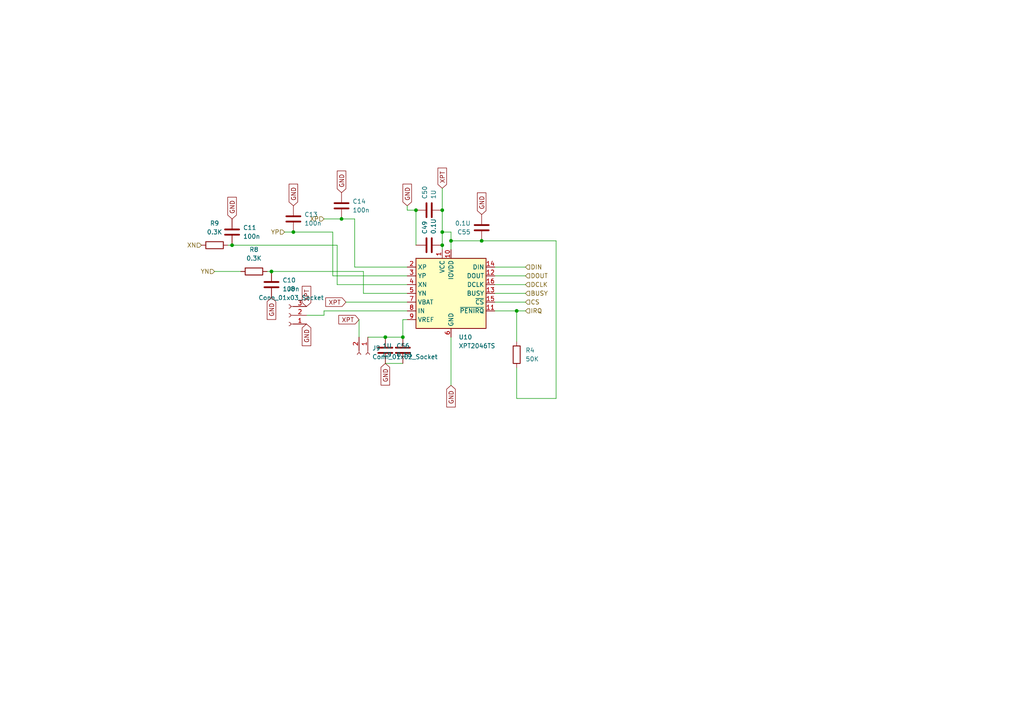
<source format=kicad_sch>
(kicad_sch
	(version 20231120)
	(generator "eeschema")
	(generator_version "8.0")
	(uuid "cf909217-9895-4818-9374-405b1530a51a")
	(paper "A4")
	(lib_symbols
		(symbol "Connector:Conn_01x02_Socket"
			(pin_names
				(offset 1.016) hide)
			(exclude_from_sim no)
			(in_bom yes)
			(on_board yes)
			(property "Reference" "J"
				(at 0 2.54 0)
				(effects
					(font
						(size 1.27 1.27)
					)
				)
			)
			(property "Value" "Conn_01x02_Socket"
				(at 0 -5.08 0)
				(effects
					(font
						(size 1.27 1.27)
					)
				)
			)
			(property "Footprint" ""
				(at 0 0 0)
				(effects
					(font
						(size 1.27 1.27)
					)
					(hide yes)
				)
			)
			(property "Datasheet" "~"
				(at 0 0 0)
				(effects
					(font
						(size 1.27 1.27)
					)
					(hide yes)
				)
			)
			(property "Description" "Generic connector, single row, 01x02, script generated"
				(at 0 0 0)
				(effects
					(font
						(size 1.27 1.27)
					)
					(hide yes)
				)
			)
			(property "ki_locked" ""
				(at 0 0 0)
				(effects
					(font
						(size 1.27 1.27)
					)
				)
			)
			(property "ki_keywords" "connector"
				(at 0 0 0)
				(effects
					(font
						(size 1.27 1.27)
					)
					(hide yes)
				)
			)
			(property "ki_fp_filters" "Connector*:*_1x??_*"
				(at 0 0 0)
				(effects
					(font
						(size 1.27 1.27)
					)
					(hide yes)
				)
			)
			(symbol "Conn_01x02_Socket_1_1"
				(arc
					(start 0 -2.032)
					(mid -0.5058 -2.54)
					(end 0 -3.048)
					(stroke
						(width 0.1524)
						(type default)
					)
					(fill
						(type none)
					)
				)
				(polyline
					(pts
						(xy -1.27 -2.54) (xy -0.508 -2.54)
					)
					(stroke
						(width 0.1524)
						(type default)
					)
					(fill
						(type none)
					)
				)
				(polyline
					(pts
						(xy -1.27 0) (xy -0.508 0)
					)
					(stroke
						(width 0.1524)
						(type default)
					)
					(fill
						(type none)
					)
				)
				(arc
					(start 0 0.508)
					(mid -0.5058 0)
					(end 0 -0.508)
					(stroke
						(width 0.1524)
						(type default)
					)
					(fill
						(type none)
					)
				)
				(pin passive line
					(at -5.08 0 0)
					(length 3.81)
					(name "Pin_1"
						(effects
							(font
								(size 1.27 1.27)
							)
						)
					)
					(number "1"
						(effects
							(font
								(size 1.27 1.27)
							)
						)
					)
				)
				(pin passive line
					(at -5.08 -2.54 0)
					(length 3.81)
					(name "Pin_2"
						(effects
							(font
								(size 1.27 1.27)
							)
						)
					)
					(number "2"
						(effects
							(font
								(size 1.27 1.27)
							)
						)
					)
				)
			)
		)
		(symbol "Connector:Conn_01x03_Socket"
			(pin_names
				(offset 1.016) hide)
			(exclude_from_sim no)
			(in_bom yes)
			(on_board yes)
			(property "Reference" "J"
				(at 0 5.08 0)
				(effects
					(font
						(size 1.27 1.27)
					)
				)
			)
			(property "Value" "Conn_01x03_Socket"
				(at 0 -5.08 0)
				(effects
					(font
						(size 1.27 1.27)
					)
				)
			)
			(property "Footprint" ""
				(at 0 0 0)
				(effects
					(font
						(size 1.27 1.27)
					)
					(hide yes)
				)
			)
			(property "Datasheet" "~"
				(at 0 0 0)
				(effects
					(font
						(size 1.27 1.27)
					)
					(hide yes)
				)
			)
			(property "Description" "Generic connector, single row, 01x03, script generated"
				(at 0 0 0)
				(effects
					(font
						(size 1.27 1.27)
					)
					(hide yes)
				)
			)
			(property "ki_locked" ""
				(at 0 0 0)
				(effects
					(font
						(size 1.27 1.27)
					)
				)
			)
			(property "ki_keywords" "connector"
				(at 0 0 0)
				(effects
					(font
						(size 1.27 1.27)
					)
					(hide yes)
				)
			)
			(property "ki_fp_filters" "Connector*:*_1x??_*"
				(at 0 0 0)
				(effects
					(font
						(size 1.27 1.27)
					)
					(hide yes)
				)
			)
			(symbol "Conn_01x03_Socket_1_1"
				(arc
					(start 0 -2.032)
					(mid -0.5058 -2.54)
					(end 0 -3.048)
					(stroke
						(width 0.1524)
						(type default)
					)
					(fill
						(type none)
					)
				)
				(polyline
					(pts
						(xy -1.27 -2.54) (xy -0.508 -2.54)
					)
					(stroke
						(width 0.1524)
						(type default)
					)
					(fill
						(type none)
					)
				)
				(polyline
					(pts
						(xy -1.27 0) (xy -0.508 0)
					)
					(stroke
						(width 0.1524)
						(type default)
					)
					(fill
						(type none)
					)
				)
				(polyline
					(pts
						(xy -1.27 2.54) (xy -0.508 2.54)
					)
					(stroke
						(width 0.1524)
						(type default)
					)
					(fill
						(type none)
					)
				)
				(arc
					(start 0 0.508)
					(mid -0.5058 0)
					(end 0 -0.508)
					(stroke
						(width 0.1524)
						(type default)
					)
					(fill
						(type none)
					)
				)
				(arc
					(start 0 3.048)
					(mid -0.5058 2.54)
					(end 0 2.032)
					(stroke
						(width 0.1524)
						(type default)
					)
					(fill
						(type none)
					)
				)
				(pin passive line
					(at -5.08 2.54 0)
					(length 3.81)
					(name "Pin_1"
						(effects
							(font
								(size 1.27 1.27)
							)
						)
					)
					(number "1"
						(effects
							(font
								(size 1.27 1.27)
							)
						)
					)
				)
				(pin passive line
					(at -5.08 0 0)
					(length 3.81)
					(name "Pin_2"
						(effects
							(font
								(size 1.27 1.27)
							)
						)
					)
					(number "2"
						(effects
							(font
								(size 1.27 1.27)
							)
						)
					)
				)
				(pin passive line
					(at -5.08 -2.54 0)
					(length 3.81)
					(name "Pin_3"
						(effects
							(font
								(size 1.27 1.27)
							)
						)
					)
					(number "3"
						(effects
							(font
								(size 1.27 1.27)
							)
						)
					)
				)
			)
		)
		(symbol "Device:C"
			(pin_numbers hide)
			(pin_names
				(offset 0.254)
			)
			(exclude_from_sim no)
			(in_bom yes)
			(on_board yes)
			(property "Reference" "C"
				(at 0.635 2.54 0)
				(effects
					(font
						(size 1.27 1.27)
					)
					(justify left)
				)
			)
			(property "Value" "C"
				(at 0.635 -2.54 0)
				(effects
					(font
						(size 1.27 1.27)
					)
					(justify left)
				)
			)
			(property "Footprint" ""
				(at 0.9652 -3.81 0)
				(effects
					(font
						(size 1.27 1.27)
					)
					(hide yes)
				)
			)
			(property "Datasheet" "~"
				(at 0 0 0)
				(effects
					(font
						(size 1.27 1.27)
					)
					(hide yes)
				)
			)
			(property "Description" "Unpolarized capacitor"
				(at 0 0 0)
				(effects
					(font
						(size 1.27 1.27)
					)
					(hide yes)
				)
			)
			(property "ki_keywords" "cap capacitor"
				(at 0 0 0)
				(effects
					(font
						(size 1.27 1.27)
					)
					(hide yes)
				)
			)
			(property "ki_fp_filters" "C_*"
				(at 0 0 0)
				(effects
					(font
						(size 1.27 1.27)
					)
					(hide yes)
				)
			)
			(symbol "C_0_1"
				(polyline
					(pts
						(xy -2.032 -0.762) (xy 2.032 -0.762)
					)
					(stroke
						(width 0.508)
						(type default)
					)
					(fill
						(type none)
					)
				)
				(polyline
					(pts
						(xy -2.032 0.762) (xy 2.032 0.762)
					)
					(stroke
						(width 0.508)
						(type default)
					)
					(fill
						(type none)
					)
				)
			)
			(symbol "C_1_1"
				(pin passive line
					(at 0 3.81 270)
					(length 2.794)
					(name "~"
						(effects
							(font
								(size 1.27 1.27)
							)
						)
					)
					(number "1"
						(effects
							(font
								(size 1.27 1.27)
							)
						)
					)
				)
				(pin passive line
					(at 0 -3.81 90)
					(length 2.794)
					(name "~"
						(effects
							(font
								(size 1.27 1.27)
							)
						)
					)
					(number "2"
						(effects
							(font
								(size 1.27 1.27)
							)
						)
					)
				)
			)
		)
		(symbol "Device:R"
			(pin_numbers hide)
			(pin_names
				(offset 0)
			)
			(exclude_from_sim no)
			(in_bom yes)
			(on_board yes)
			(property "Reference" "R"
				(at 2.032 0 90)
				(effects
					(font
						(size 1.27 1.27)
					)
				)
			)
			(property "Value" "R"
				(at 0 0 90)
				(effects
					(font
						(size 1.27 1.27)
					)
				)
			)
			(property "Footprint" ""
				(at -1.778 0 90)
				(effects
					(font
						(size 1.27 1.27)
					)
					(hide yes)
				)
			)
			(property "Datasheet" "~"
				(at 0 0 0)
				(effects
					(font
						(size 1.27 1.27)
					)
					(hide yes)
				)
			)
			(property "Description" "Resistor"
				(at 0 0 0)
				(effects
					(font
						(size 1.27 1.27)
					)
					(hide yes)
				)
			)
			(property "ki_keywords" "R res resistor"
				(at 0 0 0)
				(effects
					(font
						(size 1.27 1.27)
					)
					(hide yes)
				)
			)
			(property "ki_fp_filters" "R_*"
				(at 0 0 0)
				(effects
					(font
						(size 1.27 1.27)
					)
					(hide yes)
				)
			)
			(symbol "R_0_1"
				(rectangle
					(start -1.016 -2.54)
					(end 1.016 2.54)
					(stroke
						(width 0.254)
						(type default)
					)
					(fill
						(type none)
					)
				)
			)
			(symbol "R_1_1"
				(pin passive line
					(at 0 3.81 270)
					(length 1.27)
					(name "~"
						(effects
							(font
								(size 1.27 1.27)
							)
						)
					)
					(number "1"
						(effects
							(font
								(size 1.27 1.27)
							)
						)
					)
				)
				(pin passive line
					(at 0 -3.81 90)
					(length 1.27)
					(name "~"
						(effects
							(font
								(size 1.27 1.27)
							)
						)
					)
					(number "2"
						(effects
							(font
								(size 1.27 1.27)
							)
						)
					)
				)
			)
		)
		(symbol "Driver_Display:XPT2046TS"
			(exclude_from_sim no)
			(in_bom yes)
			(on_board yes)
			(property "Reference" "U"
				(at -8.89 11.43 0)
				(effects
					(font
						(size 1.27 1.27)
					)
				)
			)
			(property "Value" "XPT2046TS"
				(at 3.81 11.43 0)
				(effects
					(font
						(size 1.27 1.27)
					)
					(justify left)
				)
			)
			(property "Footprint" "Package_SO:TSSOP-16_4.4x5mm_P0.65mm"
				(at 0 -15.24 0)
				(effects
					(font
						(size 1.27 1.27)
						(italic yes)
					)
					(hide yes)
				)
			)
			(property "Datasheet" "http://www.xptek.cn/uploadfile/download/201707171401161883.pdf"
				(at 5.08 -13.97 0)
				(effects
					(font
						(size 1.27 1.27)
					)
					(hide yes)
				)
			)
			(property "Description" "Single-supply, 12bit, 4 ch, touch screen driver, 2.2 - 5.25 VDD, -40 to +85 C, QSPI, SPI, 3-wire serial interface, TSSOP-16"
				(at 0 0 0)
				(effects
					(font
						(size 1.27 1.27)
					)
					(hide yes)
				)
			)
			(property "ki_keywords" "Single-supply, 12bit, 4 ch, touch screen driver, 2.2 - 5.25 VDD, -40 to +85 C, QSPI, SPI, 3-wire serial interface, TSSOP-16"
				(at 0 0 0)
				(effects
					(font
						(size 1.27 1.27)
					)
					(hide yes)
				)
			)
			(property "ki_fp_filters" "*TSSOP*4.4x5mm*P0.65mm*"
				(at 0 0 0)
				(effects
					(font
						(size 1.27 1.27)
					)
					(hide yes)
				)
			)
			(symbol "XPT2046TS_0_1"
				(rectangle
					(start -10.16 10.16)
					(end 10.16 -10.16)
					(stroke
						(width 0.254)
						(type default)
					)
					(fill
						(type background)
					)
				)
			)
			(symbol "XPT2046TS_1_1"
				(pin power_in line
					(at -2.54 12.7 270)
					(length 2.54)
					(name "VCC"
						(effects
							(font
								(size 1.27 1.27)
							)
						)
					)
					(number "1"
						(effects
							(font
								(size 1.27 1.27)
							)
						)
					)
				)
				(pin power_in line
					(at 0 12.7 270)
					(length 2.54)
					(name "IOVDD"
						(effects
							(font
								(size 1.27 1.27)
							)
						)
					)
					(number "10"
						(effects
							(font
								(size 1.27 1.27)
							)
						)
					)
				)
				(pin open_collector line
					(at 12.7 -5.08 180)
					(length 2.54)
					(name "~{PENIRQ}"
						(effects
							(font
								(size 1.27 1.27)
							)
						)
					)
					(number "11"
						(effects
							(font
								(size 1.27 1.27)
							)
						)
					)
				)
				(pin output line
					(at 12.7 5.08 180)
					(length 2.54)
					(name "DOUT"
						(effects
							(font
								(size 1.27 1.27)
							)
						)
					)
					(number "12"
						(effects
							(font
								(size 1.27 1.27)
							)
						)
					)
				)
				(pin output line
					(at 12.7 0 180)
					(length 2.54)
					(name "BUSY"
						(effects
							(font
								(size 1.27 1.27)
							)
						)
					)
					(number "13"
						(effects
							(font
								(size 1.27 1.27)
							)
						)
					)
				)
				(pin input line
					(at 12.7 7.62 180)
					(length 2.54)
					(name "DIN"
						(effects
							(font
								(size 1.27 1.27)
							)
						)
					)
					(number "14"
						(effects
							(font
								(size 1.27 1.27)
							)
						)
					)
				)
				(pin input line
					(at 12.7 -2.54 180)
					(length 2.54)
					(name "~{CS}"
						(effects
							(font
								(size 1.27 1.27)
							)
						)
					)
					(number "15"
						(effects
							(font
								(size 1.27 1.27)
							)
						)
					)
				)
				(pin input line
					(at 12.7 2.54 180)
					(length 2.54)
					(name "DCLK"
						(effects
							(font
								(size 1.27 1.27)
							)
						)
					)
					(number "16"
						(effects
							(font
								(size 1.27 1.27)
							)
						)
					)
				)
				(pin input line
					(at -12.7 7.62 0)
					(length 2.54)
					(name "XP"
						(effects
							(font
								(size 1.27 1.27)
							)
						)
					)
					(number "2"
						(effects
							(font
								(size 1.27 1.27)
							)
						)
					)
				)
				(pin input line
					(at -12.7 5.08 0)
					(length 2.54)
					(name "YP"
						(effects
							(font
								(size 1.27 1.27)
							)
						)
					)
					(number "3"
						(effects
							(font
								(size 1.27 1.27)
							)
						)
					)
				)
				(pin input line
					(at -12.7 2.54 0)
					(length 2.54)
					(name "XN"
						(effects
							(font
								(size 1.27 1.27)
							)
						)
					)
					(number "4"
						(effects
							(font
								(size 1.27 1.27)
							)
						)
					)
				)
				(pin input line
					(at -12.7 0 0)
					(length 2.54)
					(name "YN"
						(effects
							(font
								(size 1.27 1.27)
							)
						)
					)
					(number "5"
						(effects
							(font
								(size 1.27 1.27)
							)
						)
					)
				)
				(pin power_in line
					(at 0 -12.7 90)
					(length 2.54)
					(name "GND"
						(effects
							(font
								(size 1.27 1.27)
							)
						)
					)
					(number "6"
						(effects
							(font
								(size 1.27 1.27)
							)
						)
					)
				)
				(pin power_in line
					(at -12.7 -2.54 0)
					(length 2.54)
					(name "VBAT"
						(effects
							(font
								(size 1.27 1.27)
							)
						)
					)
					(number "7"
						(effects
							(font
								(size 1.27 1.27)
							)
						)
					)
				)
				(pin input line
					(at -12.7 -5.08 0)
					(length 2.54)
					(name "IN"
						(effects
							(font
								(size 1.27 1.27)
							)
						)
					)
					(number "8"
						(effects
							(font
								(size 1.27 1.27)
							)
						)
					)
				)
				(pin bidirectional line
					(at -12.7 -7.62 0)
					(length 2.54)
					(name "VREF"
						(effects
							(font
								(size 1.27 1.27)
							)
						)
					)
					(number "9"
						(effects
							(font
								(size 1.27 1.27)
							)
						)
					)
				)
			)
		)
	)
	(junction
		(at 111.76 97.79)
		(diameter 0)
		(color 0 0 0 0)
		(uuid "1d4b4a8d-6744-4606-8b04-bb8e450febdf")
	)
	(junction
		(at 128.27 71.12)
		(diameter 0)
		(color 0 0 0 0)
		(uuid "20792717-8629-4dcf-b6dc-34a0ecdaa452")
	)
	(junction
		(at 78.74 78.74)
		(diameter 0)
		(color 0 0 0 0)
		(uuid "26ed1328-6c5e-4d84-9ad1-384dcf616fb7")
	)
	(junction
		(at 67.31 71.12)
		(diameter 0)
		(color 0 0 0 0)
		(uuid "3c27bb4c-a71f-4556-9e40-f5160ad5698e")
	)
	(junction
		(at 130.81 69.85)
		(diameter 0)
		(color 0 0 0 0)
		(uuid "4727ae4b-ac29-4874-b631-68bb4ec8ff8e")
	)
	(junction
		(at 139.7 69.85)
		(diameter 0)
		(color 0 0 0 0)
		(uuid "4fff914c-62d6-47f3-85b3-43ff22f49646")
	)
	(junction
		(at 85.09 67.31)
		(diameter 0)
		(color 0 0 0 0)
		(uuid "55a555d0-ccbb-4008-b5d8-7b7509280eb6")
	)
	(junction
		(at 149.86 90.17)
		(diameter 0)
		(color 0 0 0 0)
		(uuid "7e53e823-2e4f-43d6-8dc0-2f779ab886ba")
	)
	(junction
		(at 116.84 97.79)
		(diameter 0)
		(color 0 0 0 0)
		(uuid "95334ca7-e719-4a80-a48c-48828f0acc3d")
	)
	(junction
		(at 128.27 60.96)
		(diameter 0)
		(color 0 0 0 0)
		(uuid "9ab18f42-8ccc-4f7d-a6d0-c835c0635f6c")
	)
	(junction
		(at 128.27 67.31)
		(diameter 0)
		(color 0 0 0 0)
		(uuid "a618117d-eec4-491b-bae3-e918fa521e23")
	)
	(junction
		(at 99.06 63.5)
		(diameter 0)
		(color 0 0 0 0)
		(uuid "db6de310-c120-46fe-84be-a1c141e1102a")
	)
	(junction
		(at 120.65 60.96)
		(diameter 0)
		(color 0 0 0 0)
		(uuid "f36aca6d-aebb-4cdc-ad9c-cb756178d556")
	)
	(wire
		(pts
			(xy 97.79 71.12) (xy 97.79 82.55)
		)
		(stroke
			(width 0)
			(type default)
		)
		(uuid "0f9d9e4d-b104-4460-956a-d6f335e698ed")
	)
	(wire
		(pts
			(xy 118.11 59.69) (xy 118.11 60.96)
		)
		(stroke
			(width 0)
			(type default)
		)
		(uuid "10ff5cce-22e8-4e5e-a2fc-59e89384a592")
	)
	(wire
		(pts
			(xy 128.27 67.31) (xy 128.27 71.12)
		)
		(stroke
			(width 0)
			(type default)
		)
		(uuid "12db6c9b-066d-46f9-957c-959f1eac595c")
	)
	(wire
		(pts
			(xy 104.14 92.71) (xy 104.14 97.79)
		)
		(stroke
			(width 0)
			(type default)
		)
		(uuid "146826c1-e826-4df9-8079-d2be24652890")
	)
	(wire
		(pts
			(xy 111.76 97.79) (xy 116.84 97.79)
		)
		(stroke
			(width 0)
			(type default)
		)
		(uuid "16b594a0-76f4-422f-bdfc-478eb24acfaf")
	)
	(wire
		(pts
			(xy 130.81 72.39) (xy 130.81 69.85)
		)
		(stroke
			(width 0)
			(type default)
		)
		(uuid "184e8b02-ef22-4d24-a596-f2b3d6d04021")
	)
	(wire
		(pts
			(xy 111.76 105.41) (xy 116.84 105.41)
		)
		(stroke
			(width 0)
			(type default)
		)
		(uuid "19b0d02a-deac-4669-aaa0-93e69c66076a")
	)
	(wire
		(pts
			(xy 93.98 90.17) (xy 93.98 91.44)
		)
		(stroke
			(width 0)
			(type default)
		)
		(uuid "1d3b48c4-6f55-4831-ae5e-5616a93ced01")
	)
	(wire
		(pts
			(xy 96.52 80.01) (xy 118.11 80.01)
		)
		(stroke
			(width 0)
			(type default)
		)
		(uuid "20b62941-e703-444e-8cda-936ff1ced20e")
	)
	(wire
		(pts
			(xy 99.06 63.5) (xy 102.87 63.5)
		)
		(stroke
			(width 0)
			(type default)
		)
		(uuid "29a048d5-61bc-4841-b33a-3f21f1dc773f")
	)
	(wire
		(pts
			(xy 66.04 71.12) (xy 67.31 71.12)
		)
		(stroke
			(width 0)
			(type default)
		)
		(uuid "2d8f0383-7403-4eea-89ef-275f4aaeeda7")
	)
	(wire
		(pts
			(xy 106.68 97.79) (xy 111.76 97.79)
		)
		(stroke
			(width 0)
			(type default)
		)
		(uuid "3c3988ae-fb43-4516-a757-9974431d45ad")
	)
	(wire
		(pts
			(xy 143.51 82.55) (xy 152.4 82.55)
		)
		(stroke
			(width 0)
			(type default)
		)
		(uuid "3f7d724a-c133-4e78-aa4b-2390f984c060")
	)
	(wire
		(pts
			(xy 128.27 71.12) (xy 128.27 72.39)
		)
		(stroke
			(width 0)
			(type default)
		)
		(uuid "4d6b4d6b-418e-49f9-9294-170df3a0a2f9")
	)
	(wire
		(pts
			(xy 128.27 54.61) (xy 128.27 60.96)
		)
		(stroke
			(width 0)
			(type default)
		)
		(uuid "4e4814a9-924c-4ca3-afed-c8850be49d8d")
	)
	(wire
		(pts
			(xy 78.74 78.74) (xy 105.41 78.74)
		)
		(stroke
			(width 0)
			(type default)
		)
		(uuid "4e76e138-ce2f-49b8-99a1-ecb1afb24c24")
	)
	(wire
		(pts
			(xy 105.41 78.74) (xy 105.41 85.09)
		)
		(stroke
			(width 0)
			(type default)
		)
		(uuid "4ec1aade-52b9-41cd-ace6-492443b9ef83")
	)
	(wire
		(pts
			(xy 97.79 82.55) (xy 118.11 82.55)
		)
		(stroke
			(width 0)
			(type default)
		)
		(uuid "52d924e8-3b77-4c45-8d2f-ed60f4dbeb51")
	)
	(wire
		(pts
			(xy 96.52 67.31) (xy 96.52 80.01)
		)
		(stroke
			(width 0)
			(type default)
		)
		(uuid "54faff9f-2542-4262-8ad8-0fc4cc309f5a")
	)
	(wire
		(pts
			(xy 143.51 77.47) (xy 152.4 77.47)
		)
		(stroke
			(width 0)
			(type default)
		)
		(uuid "5f87824a-e1ad-44fc-9cf6-cca14d9bbb62")
	)
	(wire
		(pts
			(xy 161.29 115.57) (xy 149.86 115.57)
		)
		(stroke
			(width 0)
			(type default)
		)
		(uuid "6cdf488c-36b7-4c63-8711-0fe8ef46dc3f")
	)
	(wire
		(pts
			(xy 118.11 92.71) (xy 116.84 92.71)
		)
		(stroke
			(width 0)
			(type default)
		)
		(uuid "6d58f346-2155-4b79-97e8-ed746c8cdba7")
	)
	(wire
		(pts
			(xy 67.31 71.12) (xy 97.79 71.12)
		)
		(stroke
			(width 0)
			(type default)
		)
		(uuid "6d798c97-5c5d-433c-8685-2e32d6246def")
	)
	(wire
		(pts
			(xy 93.98 91.44) (xy 88.9 91.44)
		)
		(stroke
			(width 0)
			(type default)
		)
		(uuid "6d9d28ac-201d-413d-b0f9-602f70764016")
	)
	(wire
		(pts
			(xy 102.87 77.47) (xy 118.11 77.47)
		)
		(stroke
			(width 0)
			(type default)
		)
		(uuid "70922f19-94bb-4540-9e28-5391b7d7601f")
	)
	(wire
		(pts
			(xy 85.09 67.31) (xy 96.52 67.31)
		)
		(stroke
			(width 0)
			(type default)
		)
		(uuid "757c310a-463c-4c2a-8200-305ec4936843")
	)
	(wire
		(pts
			(xy 161.29 69.85) (xy 161.29 115.57)
		)
		(stroke
			(width 0)
			(type default)
		)
		(uuid "76183ad6-1175-4dd1-9667-439ff2119f55")
	)
	(wire
		(pts
			(xy 120.65 60.96) (xy 120.65 71.12)
		)
		(stroke
			(width 0)
			(type default)
		)
		(uuid "7b30055e-02ae-40b7-9424-e829e69a3da7")
	)
	(wire
		(pts
			(xy 143.51 87.63) (xy 152.4 87.63)
		)
		(stroke
			(width 0)
			(type default)
		)
		(uuid "83e905fa-e392-474f-8d7d-23418cec6944")
	)
	(wire
		(pts
			(xy 118.11 87.63) (xy 100.33 87.63)
		)
		(stroke
			(width 0)
			(type default)
		)
		(uuid "84f2ac51-c1aa-4083-b16e-9201652410c0")
	)
	(wire
		(pts
			(xy 105.41 85.09) (xy 118.11 85.09)
		)
		(stroke
			(width 0)
			(type default)
		)
		(uuid "88e2eb49-d08e-41ac-acb9-4643231ddef1")
	)
	(wire
		(pts
			(xy 143.51 80.01) (xy 152.4 80.01)
		)
		(stroke
			(width 0)
			(type default)
		)
		(uuid "93c68a56-85ae-4f9e-befe-8b1af2a2e5db")
	)
	(wire
		(pts
			(xy 116.84 92.71) (xy 116.84 97.79)
		)
		(stroke
			(width 0)
			(type default)
		)
		(uuid "9a1cef18-0f0b-410a-8261-2de11154ffed")
	)
	(wire
		(pts
			(xy 149.86 90.17) (xy 152.4 90.17)
		)
		(stroke
			(width 0)
			(type default)
		)
		(uuid "9b858b9d-99da-4d95-a8ee-343f8ed4c0da")
	)
	(wire
		(pts
			(xy 118.11 60.96) (xy 120.65 60.96)
		)
		(stroke
			(width 0)
			(type default)
		)
		(uuid "a4074ebb-e28d-45bd-ad7d-bee1aadbe8ea")
	)
	(wire
		(pts
			(xy 77.47 78.74) (xy 78.74 78.74)
		)
		(stroke
			(width 0)
			(type default)
		)
		(uuid "ab8c82f5-af6e-4490-9bc1-c9d6361b33b0")
	)
	(wire
		(pts
			(xy 130.81 97.79) (xy 130.81 111.76)
		)
		(stroke
			(width 0)
			(type default)
		)
		(uuid "b4ab1444-ac65-4dda-863e-dd52373d2432")
	)
	(wire
		(pts
			(xy 130.81 69.85) (xy 139.7 69.85)
		)
		(stroke
			(width 0)
			(type default)
		)
		(uuid "bb27b042-8dce-4972-ac46-aa16ce071395")
	)
	(wire
		(pts
			(xy 93.98 63.5) (xy 99.06 63.5)
		)
		(stroke
			(width 0)
			(type default)
		)
		(uuid "c393d388-d5f8-4de9-b219-69aaeb8eb628")
	)
	(wire
		(pts
			(xy 62.23 78.74) (xy 69.85 78.74)
		)
		(stroke
			(width 0)
			(type default)
		)
		(uuid "c4833efb-d70a-45f1-b542-238dd25d80d1")
	)
	(wire
		(pts
			(xy 128.27 60.96) (xy 128.27 67.31)
		)
		(stroke
			(width 0)
			(type default)
		)
		(uuid "c52bbc14-1129-41a4-be02-ce863eec77b1")
	)
	(wire
		(pts
			(xy 139.7 69.85) (xy 161.29 69.85)
		)
		(stroke
			(width 0)
			(type default)
		)
		(uuid "c55dbc72-b51d-4415-bb71-bec47ca52322")
	)
	(wire
		(pts
			(xy 102.87 63.5) (xy 102.87 77.47)
		)
		(stroke
			(width 0)
			(type default)
		)
		(uuid "c5c325e8-cb0c-4d61-9249-3fc60782a9f3")
	)
	(wire
		(pts
			(xy 82.55 67.31) (xy 85.09 67.31)
		)
		(stroke
			(width 0)
			(type default)
		)
		(uuid "c9d8c9b5-bf07-47e8-886d-c20e8308491b")
	)
	(wire
		(pts
			(xy 118.11 90.17) (xy 93.98 90.17)
		)
		(stroke
			(width 0)
			(type default)
		)
		(uuid "cd915500-9e34-4680-8993-ca753a976e07")
	)
	(wire
		(pts
			(xy 149.86 106.68) (xy 149.86 115.57)
		)
		(stroke
			(width 0)
			(type default)
		)
		(uuid "d4026c7f-2ded-4251-8e53-e4e8b9448405")
	)
	(wire
		(pts
			(xy 130.81 67.31) (xy 128.27 67.31)
		)
		(stroke
			(width 0)
			(type default)
		)
		(uuid "de081d89-eae7-4403-bdc4-1a6068cea6ad")
	)
	(wire
		(pts
			(xy 149.86 90.17) (xy 149.86 99.06)
		)
		(stroke
			(width 0)
			(type default)
		)
		(uuid "e1b9a485-d88e-47dc-91c5-f972d0ee172b")
	)
	(wire
		(pts
			(xy 130.81 69.85) (xy 130.81 67.31)
		)
		(stroke
			(width 0)
			(type default)
		)
		(uuid "f3b94d05-1ef8-4dc2-9384-5a959b44f347")
	)
	(wire
		(pts
			(xy 143.51 85.09) (xy 152.4 85.09)
		)
		(stroke
			(width 0)
			(type default)
		)
		(uuid "fac30ce4-4872-4ff2-bf25-02dd8fa15bcd")
	)
	(wire
		(pts
			(xy 143.51 90.17) (xy 149.86 90.17)
		)
		(stroke
			(width 0)
			(type default)
		)
		(uuid "ff075714-9fcb-4169-95e3-0b8045334b27")
	)
	(global_label "GND"
		(shape input)
		(at 67.31 63.5 90)
		(fields_autoplaced yes)
		(effects
			(font
				(size 1.27 1.27)
			)
			(justify left)
		)
		(uuid "089d4c9d-4505-4d0a-b54c-6263b5429c13")
		(property "Intersheetrefs" "${INTERSHEET_REFS}"
			(at 67.31 56.6443 90)
			(effects
				(font
					(size 1.27 1.27)
				)
				(justify left)
				(hide yes)
			)
		)
	)
	(global_label "XPT"
		(shape input)
		(at 88.9 88.9 90)
		(fields_autoplaced yes)
		(effects
			(font
				(size 1.27 1.27)
			)
			(justify left)
		)
		(uuid "0fb4c34d-61fe-49bd-bb09-1eea1ad775d7")
		(property "Intersheetrefs" "${INTERSHEET_REFS}"
			(at 88.9 82.4677 90)
			(effects
				(font
					(size 1.27 1.27)
				)
				(justify left)
				(hide yes)
			)
		)
	)
	(global_label "GND"
		(shape input)
		(at 88.9 93.98 270)
		(fields_autoplaced yes)
		(effects
			(font
				(size 1.27 1.27)
			)
			(justify right)
		)
		(uuid "6b1f3694-0908-45f5-bb96-1886bab91546")
		(property "Intersheetrefs" "${INTERSHEET_REFS}"
			(at 88.9 100.8357 90)
			(effects
				(font
					(size 1.27 1.27)
				)
				(justify right)
				(hide yes)
			)
		)
	)
	(global_label "GND"
		(shape input)
		(at 78.74 86.36 270)
		(fields_autoplaced yes)
		(effects
			(font
				(size 1.27 1.27)
			)
			(justify right)
		)
		(uuid "70e65e51-f3d4-4f99-b98e-4ba95ca36a57")
		(property "Intersheetrefs" "${INTERSHEET_REFS}"
			(at 78.74 93.2157 90)
			(effects
				(font
					(size 1.27 1.27)
				)
				(justify right)
				(hide yes)
			)
		)
	)
	(global_label "XPT"
		(shape input)
		(at 100.33 87.63 180)
		(fields_autoplaced yes)
		(effects
			(font
				(size 1.27 1.27)
			)
			(justify right)
		)
		(uuid "73a62668-868e-4368-875d-a0e3eaa1dc8e")
		(property "Intersheetrefs" "${INTERSHEET_REFS}"
			(at 93.8977 87.63 0)
			(effects
				(font
					(size 1.27 1.27)
				)
				(justify right)
				(hide yes)
			)
		)
	)
	(global_label "XPT"
		(shape input)
		(at 104.14 92.71 180)
		(fields_autoplaced yes)
		(effects
			(font
				(size 1.27 1.27)
			)
			(justify right)
		)
		(uuid "93cccb0d-1c51-4404-a259-a3583cfe97b3")
		(property "Intersheetrefs" "${INTERSHEET_REFS}"
			(at 97.7077 92.71 0)
			(effects
				(font
					(size 1.27 1.27)
				)
				(justify right)
				(hide yes)
			)
		)
	)
	(global_label "GND"
		(shape input)
		(at 85.09 59.69 90)
		(fields_autoplaced yes)
		(effects
			(font
				(size 1.27 1.27)
			)
			(justify left)
		)
		(uuid "975f3cc3-b69c-4bd8-83a6-8b30bb5cbbf3")
		(property "Intersheetrefs" "${INTERSHEET_REFS}"
			(at 85.09 52.8343 90)
			(effects
				(font
					(size 1.27 1.27)
				)
				(justify left)
				(hide yes)
			)
		)
	)
	(global_label "XPT"
		(shape input)
		(at 128.27 54.61 90)
		(fields_autoplaced yes)
		(effects
			(font
				(size 1.27 1.27)
			)
			(justify left)
		)
		(uuid "a6d39067-b2e0-4a10-85fc-5176e7f3a158")
		(property "Intersheetrefs" "${INTERSHEET_REFS}"
			(at 128.27 48.1777 90)
			(effects
				(font
					(size 1.27 1.27)
				)
				(justify left)
				(hide yes)
			)
		)
	)
	(global_label "GND"
		(shape input)
		(at 111.76 105.41 270)
		(fields_autoplaced yes)
		(effects
			(font
				(size 1.27 1.27)
			)
			(justify right)
		)
		(uuid "bf4d3446-95bf-4c60-952e-27d1c6f08d04")
		(property "Intersheetrefs" "${INTERSHEET_REFS}"
			(at 111.76 112.2657 90)
			(effects
				(font
					(size 1.27 1.27)
				)
				(justify right)
				(hide yes)
			)
		)
	)
	(global_label "GND"
		(shape input)
		(at 130.81 111.76 270)
		(fields_autoplaced yes)
		(effects
			(font
				(size 1.27 1.27)
			)
			(justify right)
		)
		(uuid "c705ed33-1f31-430a-99b4-62dee20e6b3b")
		(property "Intersheetrefs" "${INTERSHEET_REFS}"
			(at 130.81 118.6157 90)
			(effects
				(font
					(size 1.27 1.27)
				)
				(justify right)
				(hide yes)
			)
		)
	)
	(global_label "GND"
		(shape input)
		(at 139.7 62.23 90)
		(fields_autoplaced yes)
		(effects
			(font
				(size 1.27 1.27)
			)
			(justify left)
		)
		(uuid "da0f4ecf-7e63-4fa7-bfca-c3312f6a5c2f")
		(property "Intersheetrefs" "${INTERSHEET_REFS}"
			(at 139.7 55.3743 90)
			(effects
				(font
					(size 1.27 1.27)
				)
				(justify left)
				(hide yes)
			)
		)
	)
	(global_label "GND"
		(shape input)
		(at 118.11 59.69 90)
		(fields_autoplaced yes)
		(effects
			(font
				(size 1.27 1.27)
			)
			(justify left)
		)
		(uuid "ef72cf15-65f5-483b-b5eb-ae5562fd21d5")
		(property "Intersheetrefs" "${INTERSHEET_REFS}"
			(at 118.11 52.8343 90)
			(effects
				(font
					(size 1.27 1.27)
				)
				(justify left)
				(hide yes)
			)
		)
	)
	(global_label "GND"
		(shape input)
		(at 99.06 55.88 90)
		(fields_autoplaced yes)
		(effects
			(font
				(size 1.27 1.27)
			)
			(justify left)
		)
		(uuid "fbbf8eea-caa0-42b5-a01b-4f82b35cdf28")
		(property "Intersheetrefs" "${INTERSHEET_REFS}"
			(at 99.06 49.0243 90)
			(effects
				(font
					(size 1.27 1.27)
				)
				(justify left)
				(hide yes)
			)
		)
	)
	(hierarchical_label "BUSY"
		(shape input)
		(at 152.4 85.09 0)
		(effects
			(font
				(size 1.27 1.27)
			)
			(justify left)
		)
		(uuid "288629cc-ee01-47ff-9883-95bcc418219f")
	)
	(hierarchical_label "XN"
		(shape input)
		(at 58.42 71.12 180)
		(effects
			(font
				(size 1.27 1.27)
			)
			(justify right)
		)
		(uuid "34fcec5e-bca8-46ed-ac9e-b91b2d24392b")
	)
	(hierarchical_label "XP"
		(shape input)
		(at 93.98 63.5 180)
		(effects
			(font
				(size 1.27 1.27)
			)
			(justify right)
		)
		(uuid "43f4963b-a71b-46d9-ac06-152f60512f19")
	)
	(hierarchical_label "YN"
		(shape input)
		(at 62.23 78.74 180)
		(effects
			(font
				(size 1.27 1.27)
			)
			(justify right)
		)
		(uuid "48524619-1252-4a0f-9f5b-b63e224c9eb9")
	)
	(hierarchical_label "DOUT"
		(shape input)
		(at 152.4 80.01 0)
		(effects
			(font
				(size 1.27 1.27)
			)
			(justify left)
		)
		(uuid "4fd5304a-6c63-4e3a-9b1f-b785349d8eab")
	)
	(hierarchical_label "DIN"
		(shape input)
		(at 152.4 77.47 0)
		(effects
			(font
				(size 1.27 1.27)
			)
			(justify left)
		)
		(uuid "82226b69-fe0a-4ad0-bf4e-371080aa9e88")
	)
	(hierarchical_label "CS"
		(shape input)
		(at 152.4 87.63 0)
		(effects
			(font
				(size 1.27 1.27)
			)
			(justify left)
		)
		(uuid "92b75637-ad80-4a32-8959-931cbec05dd5")
	)
	(hierarchical_label "DCLK"
		(shape input)
		(at 152.4 82.55 0)
		(effects
			(font
				(size 1.27 1.27)
			)
			(justify left)
		)
		(uuid "c9657731-3122-4225-a030-6e5b5accd96d")
	)
	(hierarchical_label "YP"
		(shape input)
		(at 82.55 67.31 180)
		(effects
			(font
				(size 1.27 1.27)
			)
			(justify right)
		)
		(uuid "f1011f05-2e7d-491d-91a6-3bd29de60e7e")
	)
	(hierarchical_label "IRQ"
		(shape input)
		(at 152.4 90.17 0)
		(effects
			(font
				(size 1.27 1.27)
			)
			(justify left)
		)
		(uuid "f3cfeb3a-8c22-402c-a9df-fa89dec94844")
	)
	(symbol
		(lib_id "Device:C")
		(at 67.31 67.31 0)
		(unit 1)
		(exclude_from_sim no)
		(in_bom yes)
		(on_board yes)
		(dnp no)
		(fields_autoplaced yes)
		(uuid "1e8bc58a-6926-4a50-b4f6-866ac23f8ac0")
		(property "Reference" "C11"
			(at 70.485 66.0399 0)
			(effects
				(font
					(size 1.27 1.27)
				)
				(justify left)
			)
		)
		(property "Value" "100n"
			(at 70.485 68.5799 0)
			(effects
				(font
					(size 1.27 1.27)
				)
				(justify left)
			)
		)
		(property "Footprint" "Capacitor_SMD:C_0402_1005Metric"
			(at 68.2752 71.12 0)
			(effects
				(font
					(size 1.27 1.27)
				)
				(hide yes)
			)
		)
		(property "Datasheet" "CC0402KRX7R7BB104"
			(at 67.31 67.31 0)
			(effects
				(font
					(size 1.27 1.27)
				)
				(hide yes)
			)
		)
		(property "Description" "Unpolarized capacitor"
			(at 67.31 67.31 0)
			(effects
				(font
					(size 1.27 1.27)
				)
				(hide yes)
			)
		)
		(pin "1"
			(uuid "bcfa6779-83d8-4526-8407-ba291ac5bd76")
		)
		(pin "2"
			(uuid "bd1b5834-71a5-4201-b239-9856872d8e9c")
		)
		(instances
			(project "StartTech_SCREEN"
				(path "/18982cba-45a4-4a1f-afcf-06651f5aae5f/7a273c1a-8dde-4e38-bb31-f95b33a99913"
					(reference "C11")
					(unit 1)
				)
			)
		)
	)
	(symbol
		(lib_id "Device:C")
		(at 85.09 63.5 0)
		(unit 1)
		(exclude_from_sim no)
		(in_bom yes)
		(on_board yes)
		(dnp no)
		(fields_autoplaced yes)
		(uuid "22707258-c8c7-4776-9f0d-9968fe877f03")
		(property "Reference" "C13"
			(at 88.265 62.2299 0)
			(effects
				(font
					(size 1.27 1.27)
				)
				(justify left)
			)
		)
		(property "Value" "100n"
			(at 88.265 64.7699 0)
			(effects
				(font
					(size 1.27 1.27)
				)
				(justify left)
			)
		)
		(property "Footprint" "Capacitor_SMD:C_0402_1005Metric"
			(at 86.0552 67.31 0)
			(effects
				(font
					(size 1.27 1.27)
				)
				(hide yes)
			)
		)
		(property "Datasheet" "CC0402KRX7R7BB104"
			(at 85.09 63.5 0)
			(effects
				(font
					(size 1.27 1.27)
				)
				(hide yes)
			)
		)
		(property "Description" "Unpolarized capacitor"
			(at 85.09 63.5 0)
			(effects
				(font
					(size 1.27 1.27)
				)
				(hide yes)
			)
		)
		(pin "1"
			(uuid "becb4c1e-dbbf-4dea-83ea-a6a8c7454b02")
		)
		(pin "2"
			(uuid "6ae33b09-286d-4338-8048-4326d1851d7b")
		)
		(instances
			(project "StartTech_SCREEN"
				(path "/18982cba-45a4-4a1f-afcf-06651f5aae5f/7a273c1a-8dde-4e38-bb31-f95b33a99913"
					(reference "C13")
					(unit 1)
				)
			)
		)
	)
	(symbol
		(lib_id "Device:C")
		(at 139.7 66.04 180)
		(unit 1)
		(exclude_from_sim no)
		(in_bom yes)
		(on_board yes)
		(dnp no)
		(uuid "343e362d-7a5c-4073-ac16-9d174319d8f8")
		(property "Reference" "C55"
			(at 136.525 67.3101 0)
			(effects
				(font
					(size 1.27 1.27)
				)
				(justify left)
			)
		)
		(property "Value" "0.1U"
			(at 136.525 64.7701 0)
			(effects
				(font
					(size 1.27 1.27)
				)
				(justify left)
			)
		)
		(property "Footprint" "Capacitor_SMD:C_0805_2012Metric"
			(at 138.7348 62.23 0)
			(effects
				(font
					(size 1.27 1.27)
				)
				(hide yes)
			)
		)
		(property "Datasheet" "CL21A226MQQNNNE"
			(at 139.7 66.04 0)
			(effects
				(font
					(size 1.27 1.27)
				)
				(hide yes)
			)
		)
		(property "Description" "Unpolarized capacitor"
			(at 139.7 66.04 0)
			(effects
				(font
					(size 1.27 1.27)
				)
				(hide yes)
			)
		)
		(pin "1"
			(uuid "8c82efc1-84cb-48de-989e-43c1d5a67051")
		)
		(pin "2"
			(uuid "635de5da-80cb-40fd-bf02-ee9c4e6c56c4")
		)
		(instances
			(project "StartTech_USER"
				(path "/18982cba-45a4-4a1f-afcf-06651f5aae5f/7a273c1a-8dde-4e38-bb31-f95b33a99913"
					(reference "C55")
					(unit 1)
				)
			)
		)
	)
	(symbol
		(lib_id "Device:C")
		(at 124.46 71.12 90)
		(unit 1)
		(exclude_from_sim no)
		(in_bom yes)
		(on_board yes)
		(dnp no)
		(uuid "35ff709f-5790-41e7-a39f-17e4669f18d9")
		(property "Reference" "C49"
			(at 123.1899 67.945 0)
			(effects
				(font
					(size 1.27 1.27)
				)
				(justify left)
			)
		)
		(property "Value" "0.1U"
			(at 125.7299 67.945 0)
			(effects
				(font
					(size 1.27 1.27)
				)
				(justify left)
			)
		)
		(property "Footprint" "Capacitor_SMD:C_0805_2012Metric"
			(at 128.27 70.1548 0)
			(effects
				(font
					(size 1.27 1.27)
				)
				(hide yes)
			)
		)
		(property "Datasheet" "CL21A226MQQNNNE"
			(at 124.46 71.12 0)
			(effects
				(font
					(size 1.27 1.27)
				)
				(hide yes)
			)
		)
		(property "Description" "Unpolarized capacitor"
			(at 124.46 71.12 0)
			(effects
				(font
					(size 1.27 1.27)
				)
				(hide yes)
			)
		)
		(pin "1"
			(uuid "32e3234f-08f8-4075-9db7-b9fcd1896f2d")
		)
		(pin "2"
			(uuid "1740051b-66d4-413c-879e-dc4ada96b5dd")
		)
		(instances
			(project "StartTech_USER"
				(path "/18982cba-45a4-4a1f-afcf-06651f5aae5f/7a273c1a-8dde-4e38-bb31-f95b33a99913"
					(reference "C49")
					(unit 1)
				)
			)
		)
	)
	(symbol
		(lib_id "Device:R")
		(at 73.66 78.74 90)
		(unit 1)
		(exclude_from_sim no)
		(in_bom yes)
		(on_board yes)
		(dnp no)
		(fields_autoplaced yes)
		(uuid "3ee02f7e-1b7c-46ee-b164-79124f1f20db")
		(property "Reference" "R8"
			(at 73.66 72.39 90)
			(effects
				(font
					(size 1.27 1.27)
				)
			)
		)
		(property "Value" "0.3K"
			(at 73.66 74.93 90)
			(effects
				(font
					(size 1.27 1.27)
				)
			)
		)
		(property "Footprint" "Resistor_SMD:R_0402_1005Metric"
			(at 73.66 80.518 90)
			(effects
				(font
					(size 1.27 1.27)
				)
				(hide yes)
			)
		)
		(property "Datasheet" "RT0402BRD071K5L"
			(at 73.66 78.74 0)
			(effects
				(font
					(size 1.27 1.27)
				)
				(hide yes)
			)
		)
		(property "Description" "Resistor"
			(at 73.66 78.74 0)
			(effects
				(font
					(size 1.27 1.27)
				)
				(hide yes)
			)
		)
		(pin "2"
			(uuid "ff298410-8248-4d89-b8bc-135168d0e13a")
		)
		(pin "1"
			(uuid "81167703-368f-4139-840c-9fea92aa57cb")
		)
		(instances
			(project "StartTech_SCREEN"
				(path "/18982cba-45a4-4a1f-afcf-06651f5aae5f/7a273c1a-8dde-4e38-bb31-f95b33a99913"
					(reference "R8")
					(unit 1)
				)
			)
		)
	)
	(symbol
		(lib_id "Device:C")
		(at 99.06 59.69 0)
		(unit 1)
		(exclude_from_sim no)
		(in_bom yes)
		(on_board yes)
		(dnp no)
		(fields_autoplaced yes)
		(uuid "4152384d-aceb-4cfd-9f92-7a4fbb9295e2")
		(property "Reference" "C14"
			(at 102.235 58.4199 0)
			(effects
				(font
					(size 1.27 1.27)
				)
				(justify left)
			)
		)
		(property "Value" "100n"
			(at 102.235 60.9599 0)
			(effects
				(font
					(size 1.27 1.27)
				)
				(justify left)
			)
		)
		(property "Footprint" "Capacitor_SMD:C_0402_1005Metric"
			(at 100.0252 63.5 0)
			(effects
				(font
					(size 1.27 1.27)
				)
				(hide yes)
			)
		)
		(property "Datasheet" "CC0402KRX7R7BB104"
			(at 99.06 59.69 0)
			(effects
				(font
					(size 1.27 1.27)
				)
				(hide yes)
			)
		)
		(property "Description" "Unpolarized capacitor"
			(at 99.06 59.69 0)
			(effects
				(font
					(size 1.27 1.27)
				)
				(hide yes)
			)
		)
		(pin "1"
			(uuid "d9c642b9-5ca4-4b41-88dc-4d833539d817")
		)
		(pin "2"
			(uuid "868ee7a2-65c3-4b0e-a670-61484d426c36")
		)
		(instances
			(project "StartTech_SCREEN"
				(path "/18982cba-45a4-4a1f-afcf-06651f5aae5f/7a273c1a-8dde-4e38-bb31-f95b33a99913"
					(reference "C14")
					(unit 1)
				)
			)
		)
	)
	(symbol
		(lib_id "Device:C")
		(at 111.76 101.6 0)
		(unit 1)
		(exclude_from_sim no)
		(in_bom yes)
		(on_board yes)
		(dnp no)
		(uuid "55f6a082-3cd3-4d23-bd7b-e7ff522d8681")
		(property "Reference" "C56"
			(at 114.935 100.3299 0)
			(effects
				(font
					(size 1.27 1.27)
				)
				(justify left)
			)
		)
		(property "Value" "0.1U"
			(at 114.935 102.8699 0)
			(effects
				(font
					(size 1.27 1.27)
				)
				(justify left)
			)
		)
		(property "Footprint" "Capacitor_SMD:C_0805_2012Metric"
			(at 112.7252 105.41 0)
			(effects
				(font
					(size 1.27 1.27)
				)
				(hide yes)
			)
		)
		(property "Datasheet" "CL21A226MQQNNNE"
			(at 111.76 101.6 0)
			(effects
				(font
					(size 1.27 1.27)
				)
				(hide yes)
			)
		)
		(property "Description" "Unpolarized capacitor"
			(at 111.76 101.6 0)
			(effects
				(font
					(size 1.27 1.27)
				)
				(hide yes)
			)
		)
		(pin "1"
			(uuid "9ba4d0e5-7161-4e6a-a7a1-bc5ec3d9483b")
		)
		(pin "2"
			(uuid "231301c9-e14a-403c-9d3b-c0cf4991502f")
		)
		(instances
			(project "StartTech_USER"
				(path "/18982cba-45a4-4a1f-afcf-06651f5aae5f/7a273c1a-8dde-4e38-bb31-f95b33a99913"
					(reference "C56")
					(unit 1)
				)
			)
		)
	)
	(symbol
		(lib_id "Device:R")
		(at 149.86 102.87 0)
		(unit 1)
		(exclude_from_sim no)
		(in_bom yes)
		(on_board yes)
		(dnp no)
		(fields_autoplaced yes)
		(uuid "8100904e-dbf1-41c4-a631-c36896dff649")
		(property "Reference" "R4"
			(at 152.4 101.5999 0)
			(effects
				(font
					(size 1.27 1.27)
				)
				(justify left)
			)
		)
		(property "Value" "50K"
			(at 152.4 104.1399 0)
			(effects
				(font
					(size 1.27 1.27)
				)
				(justify left)
			)
		)
		(property "Footprint" "Resistor_SMD:R_0402_1005Metric"
			(at 148.082 102.87 90)
			(effects
				(font
					(size 1.27 1.27)
				)
				(hide yes)
			)
		)
		(property "Datasheet" "RT0402BRD071K5L"
			(at 149.86 102.87 0)
			(effects
				(font
					(size 1.27 1.27)
				)
				(hide yes)
			)
		)
		(property "Description" "Resistor"
			(at 149.86 102.87 0)
			(effects
				(font
					(size 1.27 1.27)
				)
				(hide yes)
			)
		)
		(pin "2"
			(uuid "09294ea2-c8da-40f0-8456-53f18484b407")
		)
		(pin "1"
			(uuid "5cb27885-7015-47fc-8ab9-5eb359e62fb7")
		)
		(instances
			(project "StartTech_USER"
				(path "/18982cba-45a4-4a1f-afcf-06651f5aae5f/7a273c1a-8dde-4e38-bb31-f95b33a99913"
					(reference "R4")
					(unit 1)
				)
			)
		)
	)
	(symbol
		(lib_id "Driver_Display:XPT2046TS")
		(at 130.81 85.09 0)
		(unit 1)
		(exclude_from_sim no)
		(in_bom yes)
		(on_board yes)
		(dnp no)
		(fields_autoplaced yes)
		(uuid "823a8be1-30f4-449e-9895-7aba5315d61a")
		(property "Reference" "U10"
			(at 133.0041 97.79 0)
			(effects
				(font
					(size 1.27 1.27)
				)
				(justify left)
			)
		)
		(property "Value" "XPT2046TS"
			(at 133.0041 100.33 0)
			(effects
				(font
					(size 1.27 1.27)
				)
				(justify left)
			)
		)
		(property "Footprint" "Package_SO:TSSOP-16_4.4x5mm_P0.65mm"
			(at 130.81 100.33 0)
			(effects
				(font
					(size 1.27 1.27)
					(italic yes)
				)
				(hide yes)
			)
		)
		(property "Datasheet" "http://www.xptek.cn/uploadfile/download/201707171401161883.pdf"
			(at 135.89 99.06 0)
			(effects
				(font
					(size 1.27 1.27)
				)
				(hide yes)
			)
		)
		(property "Description" "Single-supply, 12bit, 4 ch, touch screen driver, 2.2 - 5.25 VDD, -40 to +85 C, QSPI, SPI, 3-wire serial interface, TSSOP-16"
			(at 130.81 85.09 0)
			(effects
				(font
					(size 1.27 1.27)
				)
				(hide yes)
			)
		)
		(pin "6"
			(uuid "67100ebc-662f-420c-83cd-ea623a50578d")
		)
		(pin "8"
			(uuid "40aab41b-4f1a-46b2-a1da-4cce7f224875")
		)
		(pin "4"
			(uuid "29547ae3-e2f1-466a-a16d-c0124309257d")
		)
		(pin "3"
			(uuid "d70fec48-8ef5-44cb-b485-618513b95351")
		)
		(pin "5"
			(uuid "07b3a79e-8c78-4da4-844a-c7ccc13a9a09")
		)
		(pin "13"
			(uuid "44893d49-e282-4aab-9f0a-7d2cde74d415")
		)
		(pin "9"
			(uuid "108e0d62-959d-450a-9d8f-629ad73f1f18")
		)
		(pin "14"
			(uuid "72226aea-be7a-4522-93ea-41884e4a6ba3")
		)
		(pin "16"
			(uuid "e3f680b0-6d6d-4f13-af79-b55961e8108a")
		)
		(pin "2"
			(uuid "645f803d-0568-4135-8e8b-d49a257f73df")
		)
		(pin "1"
			(uuid "5ad1c999-3b3e-4da1-99fb-a92c62b7f06d")
		)
		(pin "11"
			(uuid "789c43e6-1fa9-41a3-8285-2b74ce02fbe8")
		)
		(pin "10"
			(uuid "2c874140-8a15-4966-8c84-95a173106967")
		)
		(pin "12"
			(uuid "2ec12a88-fc00-4f03-ac1b-fda8b73151cc")
		)
		(pin "15"
			(uuid "8da755d2-58a4-401d-a969-93287f89c2b1")
		)
		(pin "7"
			(uuid "2ef6b66a-ef9c-42d7-9623-f81422740fa0")
		)
		(instances
			(project ""
				(path "/18982cba-45a4-4a1f-afcf-06651f5aae5f/7a273c1a-8dde-4e38-bb31-f95b33a99913"
					(reference "U10")
					(unit 1)
				)
			)
		)
	)
	(symbol
		(lib_id "Device:R")
		(at 62.23 71.12 90)
		(unit 1)
		(exclude_from_sim no)
		(in_bom yes)
		(on_board yes)
		(dnp no)
		(fields_autoplaced yes)
		(uuid "a40710a0-8979-4948-ad0a-03ea47a6a158")
		(property "Reference" "R9"
			(at 62.23 64.77 90)
			(effects
				(font
					(size 1.27 1.27)
				)
			)
		)
		(property "Value" "0.3K"
			(at 62.23 67.31 90)
			(effects
				(font
					(size 1.27 1.27)
				)
			)
		)
		(property "Footprint" "Resistor_SMD:R_0402_1005Metric"
			(at 62.23 72.898 90)
			(effects
				(font
					(size 1.27 1.27)
				)
				(hide yes)
			)
		)
		(property "Datasheet" "RT0402BRD071K5L"
			(at 62.23 71.12 0)
			(effects
				(font
					(size 1.27 1.27)
				)
				(hide yes)
			)
		)
		(property "Description" "Resistor"
			(at 62.23 71.12 0)
			(effects
				(font
					(size 1.27 1.27)
				)
				(hide yes)
			)
		)
		(pin "2"
			(uuid "6e5975cb-2a66-4e05-a01c-1603479fc144")
		)
		(pin "1"
			(uuid "d8bd19e8-eb31-412c-86af-5a031f34676c")
		)
		(instances
			(project "StartTech_SCREEN"
				(path "/18982cba-45a4-4a1f-afcf-06651f5aae5f/7a273c1a-8dde-4e38-bb31-f95b33a99913"
					(reference "R9")
					(unit 1)
				)
			)
		)
	)
	(symbol
		(lib_id "Device:C")
		(at 124.46 60.96 90)
		(unit 1)
		(exclude_from_sim no)
		(in_bom yes)
		(on_board yes)
		(dnp no)
		(uuid "ae85df1d-41c3-4fbd-b821-28fb5282ded2")
		(property "Reference" "C50"
			(at 123.1899 57.785 0)
			(effects
				(font
					(size 1.27 1.27)
				)
				(justify left)
			)
		)
		(property "Value" "1U"
			(at 125.7299 57.785 0)
			(effects
				(font
					(size 1.27 1.27)
				)
				(justify left)
			)
		)
		(property "Footprint" "Capacitor_SMD:C_0805_2012Metric"
			(at 128.27 59.9948 0)
			(effects
				(font
					(size 1.27 1.27)
				)
				(hide yes)
			)
		)
		(property "Datasheet" "CL21A226MQQNNNE"
			(at 124.46 60.96 0)
			(effects
				(font
					(size 1.27 1.27)
				)
				(hide yes)
			)
		)
		(property "Description" "Unpolarized capacitor"
			(at 124.46 60.96 0)
			(effects
				(font
					(size 1.27 1.27)
				)
				(hide yes)
			)
		)
		(pin "1"
			(uuid "59c2e2d8-e966-46a4-aa28-5f4d97065734")
		)
		(pin "2"
			(uuid "dd5d8785-1dd6-4ca3-b9f2-8e81166dd2f9")
		)
		(instances
			(project "StartTech_USER"
				(path "/18982cba-45a4-4a1f-afcf-06651f5aae5f/7a273c1a-8dde-4e38-bb31-f95b33a99913"
					(reference "C50")
					(unit 1)
				)
			)
		)
	)
	(symbol
		(lib_id "Device:C")
		(at 78.74 82.55 0)
		(unit 1)
		(exclude_from_sim no)
		(in_bom yes)
		(on_board yes)
		(dnp no)
		(fields_autoplaced yes)
		(uuid "b83ccc4a-c99a-4eca-bb80-e9634d7c6efe")
		(property "Reference" "C10"
			(at 81.915 81.2799 0)
			(effects
				(font
					(size 1.27 1.27)
				)
				(justify left)
			)
		)
		(property "Value" "100n"
			(at 81.915 83.8199 0)
			(effects
				(font
					(size 1.27 1.27)
				)
				(justify left)
			)
		)
		(property "Footprint" "Capacitor_SMD:C_0402_1005Metric"
			(at 79.7052 86.36 0)
			(effects
				(font
					(size 1.27 1.27)
				)
				(hide yes)
			)
		)
		(property "Datasheet" "CC0402KRX7R7BB104"
			(at 78.74 82.55 0)
			(effects
				(font
					(size 1.27 1.27)
				)
				(hide yes)
			)
		)
		(property "Description" "Unpolarized capacitor"
			(at 78.74 82.55 0)
			(effects
				(font
					(size 1.27 1.27)
				)
				(hide yes)
			)
		)
		(pin "1"
			(uuid "c3d0e8ca-c627-4688-a80c-e3ca1a0de972")
		)
		(pin "2"
			(uuid "6a1a0d58-a4ec-4ca0-b75a-5b040914cb85")
		)
		(instances
			(project "StartTech_SCREEN"
				(path "/18982cba-45a4-4a1f-afcf-06651f5aae5f/7a273c1a-8dde-4e38-bb31-f95b33a99913"
					(reference "C10")
					(unit 1)
				)
			)
		)
	)
	(symbol
		(lib_id "Connector:Conn_01x03_Socket")
		(at 83.82 91.44 180)
		(unit 1)
		(exclude_from_sim no)
		(in_bom yes)
		(on_board yes)
		(dnp no)
		(fields_autoplaced yes)
		(uuid "d038ef17-6212-4cd1-a185-feb9c5eced9e")
		(property "Reference" "J8"
			(at 84.455 83.82 0)
			(effects
				(font
					(size 1.27 1.27)
				)
			)
		)
		(property "Value" "Conn_01x03_Socket"
			(at 84.455 86.36 0)
			(effects
				(font
					(size 1.27 1.27)
				)
			)
		)
		(property "Footprint" "Connector_PinSocket_2.54mm:PinSocket_1x03_P2.54mm_Vertical"
			(at 83.82 91.44 0)
			(effects
				(font
					(size 1.27 1.27)
				)
				(hide yes)
			)
		)
		(property "Datasheet" "~"
			(at 83.82 91.44 0)
			(effects
				(font
					(size 1.27 1.27)
				)
				(hide yes)
			)
		)
		(property "Description" "Generic connector, single row, 01x03, script generated"
			(at 83.82 91.44 0)
			(effects
				(font
					(size 1.27 1.27)
				)
				(hide yes)
			)
		)
		(pin "1"
			(uuid "34b3c5aa-0ef7-48d4-9fee-838283302d5e")
		)
		(pin "2"
			(uuid "407506f4-2253-45d6-a055-27c7f5d033a5")
		)
		(pin "3"
			(uuid "b9e5f23f-2869-4a66-bf03-0c46b1d4ac5f")
		)
		(instances
			(project "StartTech_USER"
				(path "/18982cba-45a4-4a1f-afcf-06651f5aae5f/7a273c1a-8dde-4e38-bb31-f95b33a99913"
					(reference "J8")
					(unit 1)
				)
			)
		)
	)
	(symbol
		(lib_id "Connector:Conn_01x02_Socket")
		(at 106.68 102.87 270)
		(unit 1)
		(exclude_from_sim no)
		(in_bom yes)
		(on_board yes)
		(dnp no)
		(fields_autoplaced yes)
		(uuid "dd0b381f-6d2d-4c49-88d3-2371844e8933")
		(property "Reference" "J9"
			(at 107.95 100.9649 90)
			(effects
				(font
					(size 1.27 1.27)
				)
				(justify left)
			)
		)
		(property "Value" "Conn_01x02_Socket"
			(at 107.95 103.5049 90)
			(effects
				(font
					(size 1.27 1.27)
				)
				(justify left)
			)
		)
		(property "Footprint" "Connector_PinSocket_2.54mm:PinSocket_1x02_P2.54mm_Vertical"
			(at 106.68 102.87 0)
			(effects
				(font
					(size 1.27 1.27)
				)
				(hide yes)
			)
		)
		(property "Datasheet" "~"
			(at 106.68 102.87 0)
			(effects
				(font
					(size 1.27 1.27)
				)
				(hide yes)
			)
		)
		(property "Description" "Generic connector, single row, 01x02, script generated"
			(at 106.68 102.87 0)
			(effects
				(font
					(size 1.27 1.27)
				)
				(hide yes)
			)
		)
		(pin "2"
			(uuid "fa2dad03-220f-46ac-bce4-c28f5b018bc6")
		)
		(pin "1"
			(uuid "825bb088-361a-4e1b-bb87-4feb9481890e")
		)
		(instances
			(project ""
				(path "/18982cba-45a4-4a1f-afcf-06651f5aae5f/7a273c1a-8dde-4e38-bb31-f95b33a99913"
					(reference "J9")
					(unit 1)
				)
			)
		)
	)
	(symbol
		(lib_id "Device:C")
		(at 116.84 101.6 180)
		(unit 1)
		(exclude_from_sim no)
		(in_bom yes)
		(on_board yes)
		(dnp no)
		(uuid "ec345d28-70a6-416e-91df-068fb14ecc49")
		(property "Reference" "C9"
			(at 113.665 102.8701 0)
			(effects
				(font
					(size 1.27 1.27)
				)
				(justify left)
			)
		)
		(property "Value" "1U"
			(at 113.665 100.3301 0)
			(effects
				(font
					(size 1.27 1.27)
				)
				(justify left)
			)
		)
		(property "Footprint" "Capacitor_SMD:C_0805_2012Metric"
			(at 115.8748 97.79 0)
			(effects
				(font
					(size 1.27 1.27)
				)
				(hide yes)
			)
		)
		(property "Datasheet" "CL21A226MQQNNNE"
			(at 116.84 101.6 0)
			(effects
				(font
					(size 1.27 1.27)
				)
				(hide yes)
			)
		)
		(property "Description" "Unpolarized capacitor"
			(at 116.84 101.6 0)
			(effects
				(font
					(size 1.27 1.27)
				)
				(hide yes)
			)
		)
		(pin "1"
			(uuid "5c02c4c2-e3e3-45d5-b34f-22ed42c4a867")
		)
		(pin "2"
			(uuid "9077fe2f-9065-4408-a13d-6ea9492decdc")
		)
		(instances
			(project "StartTech_SCREEN"
				(path "/18982cba-45a4-4a1f-afcf-06651f5aae5f/7a273c1a-8dde-4e38-bb31-f95b33a99913"
					(reference "C9")
					(unit 1)
				)
			)
		)
	)
)

</source>
